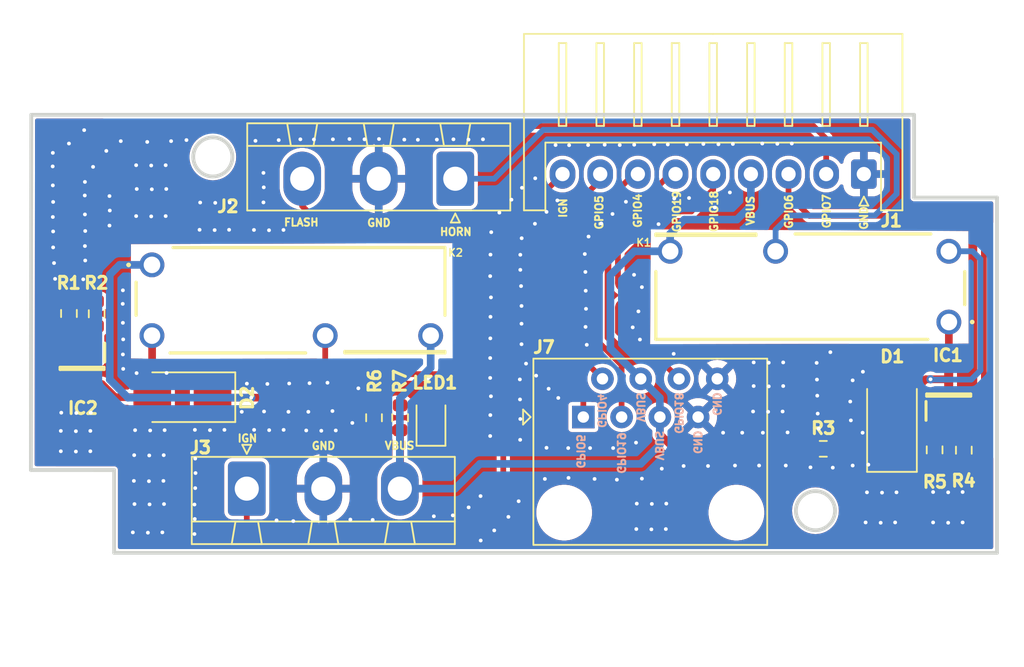
<source format=kicad_pcb>
(kicad_pcb (version 20240108) (generator "pcbnew") (generator_version "8.0")
  (title_block (title "KSS-E") (date "2020-07-13") (rev "REV1") (company "SmartEQ Bilisim"))
  (layers (0 "F.Cu" signal) (31 "B.Cu" signal) (34 "B.Paste" user) (35 "F.Paste" user) (36 "B.SilkS" user "B.Silkscreen") (37 "F.SilkS" user "F.Silkscreen") (38 "B.Mask" user) (39 "F.Mask" user) (44 "Edge.Cuts" user))
  (net 0 "")
  (net 1 "GND")
  (net 2 "VBUS")
  (net 3 "Net-(D1-K)")
  (net 4 "Net-(D1-A)")
  (net 5 "Net-(D2-K)")
  (net 6 "Net-(D2-A)")
  (net 7 "GPIO18")
  (net 8 "GPIO7")
  (net 9 "GPIO19")
  (net 10 "GPIO5")
  (net 11 "/HORN")
  (net 12 "/Flash")
  (net 13 "Net-(IC2-B)")
  (net 14 "Net-(IC1-B)")
  (net 15 "Net-(LED1-Pad2)")
  (net 16 "GPIO4")
  (net 17 "GPIO6")
  (net 18 "IGN")
  (footprint "Resistor_SMD:R_0603_1608Metric" (layer "F.Cu") (at 137.392975 85.339967 90)
    (property "Reference" "R1")
    (property "Value" "10K")
  )
  (footprint "Connector_Phoenix_MSTB:KF2EDGR-Y-5.08-03P-1 B" (layer "F.Cu") (at 149.196 96.9744)
    (property "Reference" "J3")
    (property "Value" "DNP")
  )
  (footprint "Resistor_SMD:R_0603_1608Metric" (layer "F.Cu") (at 139.232975 85.359967 90)
    (property "Reference" "R2")
    (property "Value" "10K")
  )
  (footprint "Diode_SMD:D_SMA" (layer "F.Cu") (at 192.022975 92.349967 90)
    (property "Reference" "D1")
    (property "Value" "MRA4007T3G")
  )
  (footprint "Footprint Library:SOT96P237X111-3N" (layer "F.Cu") (at 195.787975 90.759967 90)
    (property "Reference" "IC1")
    (property "Value" "MMBT2222ALT1G" (hide yes))
  )
  (footprint "Resistor_SMD:R_0603_1608Metric" (layer "F.Cu") (at 159.372975 92.264967 90)
    (property "Reference" "R7")
    (property "Value" "3.3K")
  )
  (footprint "Footprint Library:HF46F5HS1" (layer "F.Cu") (at 142.902975 82.109967)
    (property "Reference" "K2")
    (property "Value" "HF46F5HS1" (hide yes))
  )
  (footprint "Connector_Phoenix_MSTB:KF2EDGR-Y-5.08-03P-1 B" (layer "F.Cu") (at 163.036 76.3884 180)
    (property "Reference" "J2")
    (property "Value" "DNP")
  )
  (footprint "Connector_RJ:RJ45_Amphenol_54602-x08_Horizontal" (layer "F.Cu") (at 171.536 92.2184)
    (property "Reference" "J7")
    (property "Value" "8P8C")
  )
  (footprint "Connector_JST:JST_XH_S9B-XH-A_1x09_P2.50mm_Horizontal" (layer "F.Cu") (at 190.156 76.0784 180)
    (property "Reference" "J1")
    (property "Value" "JST_XH_S9B-XH-A_1x09_P2.50mm_Horizontal_MALE")
  )
  (footprint "Resistor_SMD:R_0603_1608Metric" (layer "F.Cu") (at 196.792975 94.419967 -90)
    (property "Reference" "R4")
    (property "Value" "10K")
  )
  (footprint "Resistor_SMD:R_0603_1608Metric" (layer "F.Cu") (at 194.852975 94.399967 -90)
    (property "Reference" "R5")
    (property "Value" "10K")
  )
  (footprint "Footprint Library:SOT96P237X111-3N" (layer "F.Cu") (at 138.262975 88.984967 -90)
    (property "Reference" "IC2")
    (property "Value" "MMBT2222ALT1G" (hide yes))
  )
  (footprint "Footprint Library:HF46F5HS1" (layer "F.Cu") (at 195.79869 85.907708 180)
    (property "Reference" "K1")
    (property "Value" "HF46F5HS1" (hide yes))
  )
  (footprint "Diode_SMD:D_SMA" (layer "F.Cu") (at 144.922975 90.899967 180)
    (property "Reference" "D2")
    (property "Value" "MRA4007T3G")
  )
  (footprint "LED_SMD:LED_0805_2012Metric" (layer "F.Cu") (at 161.422975 92.442467 90)
    (property "Reference" "LED1")
    (property "Value" "NCD0805R1 ")
  )
  (footprint "Resistor_SMD:R_0603_1608Metric" (layer "F.Cu") (at 187.462975 94.329967 180)
    (property "Reference" "R3")
    (property "Value" "0R")
  )
  (footprint "Resistor_SMD:R_0603_1608Metric" (layer "F.Cu") (at 157.642975 92.264967 -90)
    (property "Reference" "R6")
    (property "Value" "0R")
  )
  (gr_line (start 198.992975 101.239967) (end 140.392975 101.239967) (stroke (width 0.25)) (layer "Edge.Cuts"))
  (gr_circle (center 186.942975 98.439967) (end 188.242975 98.439967) (stroke (width 0.25)) (fill none) (layer "Edge.Cuts"))
  (gr_line (start 134.892975 72.139967) (end 193.492975 72.139967) (stroke (width 0.25)) (layer "Edge.Cuts"))
  (gr_line (start 140.392975 95.739967) (end 140.392975 101.239967) (stroke (width 0.25)) (layer "Edge.Cuts"))
  (gr_line (start 134.866725 95.7384) (end 134.892975 72.139967) (stroke (width 0.25)) (layer "Edge.Cuts"))
  (gr_line (start 198.992975 77.639967) (end 198.992975 101.239967) (stroke (width 0.25)) (layer "Edge.Cuts"))
  (gr_line (start 198.992975 77.639967) (end 193.492975 77.639967) (stroke (width 0.25)) (layer "Edge.Cuts"))
  (gr_circle (center 146.942975 74.939967) (end 148.242975 74.939967) (stroke (width 0.25)) (fill none) (layer "Edge.Cuts"))
  (gr_line (start 134.866725 95.7384) (end 140.392975 95.739967) (stroke (width 0.25)) (layer "Edge.Cuts"))
  (gr_line (start 193.492975 77.639967) (end 193.492975 72.139967) (stroke (width 0.25)) (layer "Edge.Cuts"))
  (gr_text "GPIO18" (at 177.572975 93.399967 270) (layer "B.SilkS") (effects (font (size 0.5 0.5) (thickness 0.125) (bold yes)) (justify left bottom mirror)))
  (gr_text "GPIO19" (at 173.752975 96.049967 -90) (layer "B.SilkS") (effects (font (size 0.5 0.5) (thickness 0.125) (bold yes)) (justify left bottom mirror)))
  (gr_text "GPIO5" (at 171.056725 95.703061 -90) (layer "B.SilkS") (effects (font (size 0.5 0.5) (thickness 0.125) (bold yes)) (justify left bottom mirror)))
  (gr_text "GPIO4\n" (at 172.462975 93.009967 270) (layer "B.SilkS") (effects (font (size 0.5 0.5) (thickness 0.125) (bold yes)) (justify left bottom mirror)))
  (gr_text "VBUS" (at 176.282975 95.159967 -90) (layer "B.SilkS") (effects (font (size 0.5 0.5) (thickness 0.125) (bold yes)) (justify left bottom mirror)))
  (gr_text "GND" (at 180.102975 92.199967 270) (layer "B.SilkS") (effects (font (size 0.5 0.5) (thickness 0.125) (bold yes)) (justify left bottom mirror)))
  (gr_text "GND" (at 178.822975 94.739967 270) (layer "B.SilkS") (effects (font (size 0.5 0.5) (thickness 0.125) (bold yes)) (justify left bottom mirror)))
  (gr_text "VBUS" (at 175.042975 92.609967 -90) (layer "B.SilkS") (effects (font (size 0.5 0.5) (thickness 0.125) (bold yes)) (justify left bottom mirror)))
  (gr_text "IGN" (at 170.482975 79.049967 90) (layer "F.SilkS") (effects (font (size 0.5 0.5) (thickness 0.125) (bold yes)) (justify left bottom)))
  (gr_text "GPIO5" (at 172.882975 79.829967 90) (layer "F.SilkS") (effects (font (size 0.5 0.5) (thickness 0.125) (bold yes)) (justify left bottom)))
  (gr_text "GPIO4" (at 175.442975 79.709967 90) (layer "F.SilkS") (effects (font (size 0.5 0.5) (thickness 0.125) (bold yes)) (justify left bottom)))
  (gr_text "GND" (at 153.442975 94.429967 0) (layer "F.SilkS") (effects (font (size 0.5 0.5) (thickness 0.125) (bold yes)) (justify left bottom)))
  (gr_text "GPIO18" (at 180.502975 79.999967 90) (layer "F.SilkS") (effects (font (size 0.5 0.5) (thickness 0.125) (bold yes)) (justify left bottom)))
  (gr_text "GPIO6" (at 185.472975 79.769967 90) (layer "F.SilkS") (effects (font (size 0.5 0.5) (thickness 0.125) (bold yes)) (justify left bottom)))
  (gr_text "FLASH" (at 151.602975 79.579967 0) (layer "F.SilkS") (effects (font (size 0.5 0.5) (thickness 0.125) (bold yes)) (justify left bottom)))
  (gr_text "GPIO19" (at 178.032975 80.009967 90) (layer "F.SilkS") (effects (font (size 0.5 0.5) (thickness 0.125) (bold yes)) (justify left bottom)))
  (gr_text "GPIO7" (at 187.982975 79.749967 90) (layer "F.SilkS") (effects (font (size 0.5 0.5) (thickness 0.125) (bold yes)) (justify left bottom)))
  (gr_text "VBUS" (at 158.292975 94.409967 0) (layer "F.SilkS") (effects (font (size 0.5 0.5) (thickness 0.125) (bold yes)) (justify left bottom)))
  (gr_text "HORN" (at 161.952975 80.209967 0) (layer "F.SilkS") (effects (font (size 0.5 0.5) (thickness 0.125) (bold yes)) (justify left bottom)))
  (gr_text "GND" (at 190.452975 79.839967 90) (layer "F.SilkS") (effects (font (size 0.5 0.5) (thickness 0.125) (bold yes)) (justify left bottom)))
  (gr_text "GND" (at 157.122975 79.609967 0) (layer "F.SilkS") (effects (font (size 0.5 0.5) (thickness 0.125) (bold yes)) (justify left bottom)))
  (gr_text "IGN" (at 148.522975 93.929967 0) (layer "F.SilkS") (effects (font (size 0.5 0.5) (thickness 0.125) (bold yes)) (justify left bottom)))
  (gr_text "VBUS" (at 182.922975 79.559967 90) (layer "F.SilkS") (effects (font (size 0.5 0.5) (thickness 0.125) (bold yes)) (justify left bottom)))
  (via (at 190.362975 97.219967) (size 0.55) (drill 0.25) (layers "F.Cu" "B.Cu") (net 1))
  (via (at 147.712975 93.069967) (size 0.55) (drill 0.25) (layers "F.Cu" "B.Cu") (net 1))
  (via (at 168.342975 76.359967) (size 0.55) (drill 0.25) (layers "F.Cu" "B.Cu") (net 1))
  (via (at 154.552975 89.939967) (size 0.55) (drill 0.25) (layers "F.Cu" "B.Cu") (net 1))
  (via (at 148.062975 77.969967) (size 0.55) (drill 0.25) (layers "F.Cu" "B.Cu") (net 1))
  (via (at 147.102975 77.989967) (size 0.55) (drill 0.25) (layers "F.Cu" "B.Cu") (net 1))
  (via (at 153.652975 73.779967) (size 0.55) (drill 0.25) (layers "F.Cu" "B.Cu") (net 1))
  (via (at 143.702975 97.999967) (size 0.55) (drill 0.25) (layers "F.Cu" "B.Cu") (net 1))
  (via (at 171.982975 94.279967) (size 0.55) (drill 0.25) (layers "F.Cu" "B.Cu") (net 1))
  (via (at 178.552975 77.669967) (size 0.55) (drill 0.25) (layers "F.Cu" "B.Cu") (net 1))
  (via (at 145.772975 94.979967) (size 0.55) (drill 0.25) (layers "F.Cu" "B.Cu") (net 1))
  (via (at 169.232975 90.339967) (size 0.55) (drill 0.25) (layers "F.Cu" "B.Cu") (net 1))
  (via (at 157.972975 73.749967) (size 0.55) (drill 0.25) (layers "F.Cu" "B.Cu") (net 1))
  (via (at 164.712975 97.469967) (size 0.55) (drill 0.25) (layers "F.Cu" "B.Cu") (net 1))
  (via (at 142.742975 98.019967) (size 0.55) (drill 0.25) (layers "F.Cu" "B.Cu") (net 1))
  (via (at 140.972975 88.059967) (size 0.55) (drill 0.25) (layers "F.Cu" "B.Cu") (net 1))
  (via (at 154.882975 91.819967) (size 0.55) (drill 0.25) (layers "F.Cu" "B.Cu") (net 1))
  (via (at 184.972975 95.439967) (size 0.55) (drill 0.25) (layers "F.Cu" "B.Cu") (net 1))
  (via (at 165.422975 79.939967) (size 0.55) (drill 0.25) (layers "F.Cu" "B.Cu") (net 1))
  (via (at 168.322975 79.379967) (size 0.55) (drill 0.25) (layers "F.Cu" "B.Cu") (net 1))
  (via (at 180.262975 78.299967) (size 0.55) (drill 0.25) (layers "F.Cu" "B.Cu") (net 1))
  (via (at 171.852975 74.149967) (size 0.55) (drill 0.25) (layers "F.Cu" "B.Cu") (net 1))
  (via (at 138.812975 93.139967) (size 0.55) (drill 0.25) (layers "F.Cu" "B.Cu") (net 1))
  (via (at 169.092975 78.589967) (size 0.55) (drill 0.25) (layers "F.Cu" "B.Cu") (net 1))
  (via (at 165.362975 92.089967) (size 0.55) (drill 0.25) (layers "F.Cu" "B.Cu") (net 1))
  (via (at 142.892975 77.089967) (size 0.55) (drill 0.25) (layers "F.Cu" "B.Cu") (net 1))
  (via (at 163.922975 98.219967) (size 0.55) (drill 0.25) (layers "F.Cu" "B.Cu") (net 1))
  (via (at 195.752975 97.219967) (size 0.55) (drill 0.25) (layers "F.Cu" "B.Cu") (net 1))
  (via (at 156.012975 73.749967) (size 0.55) (drill 0.25) (layers "F.Cu" "B.Cu") (net 1))
  (via (at 163.912975 73.789967) (size 0.55) (drill 0.25) (layers "F.Cu" "B.Cu") (net 1))
  (via (at 188.092975 95.579967) (size 0.55) (drill 0.25) (layers "F.Cu" "B.Cu") (net 1))
  (via (at 138.992975 75.599967) (size 0.55) (drill 0.25) (layers "F.Cu" "B.Cu") (net 1))
  (via (at 171.882975 80.229967) (size 0.55) (drill 0.25) (layers "F.Cu" "B.Cu") (net 1))
  (via (at 181.462975 74.079967) (size 0.55) (drill 0.25) (layers "F.Cu" "B.Cu") (net 1))
  (via (at 170.552975 96.259967) (size 0.55) (drill 0.25) (layers "F.Cu" "B.Cu") (net 1))
  (via (at 141.722975 94.749967) (size 0.55) (drill 0.25) (layers "F.Cu" "B.Cu") (net 1))
  (via (at 138.472975 79.859967) (size 0.55) (drill 0.25) (layers "F.Cu" "B.Cu") (net 1))
  (via (at 177.572975 77.699967) (size 0.55) (drill 0.25) (layers "F.Cu" "B.Cu") (net 1))
  (via (at 143.592975 99.879967) (size 0.55) (drill 0.25) (layers "F.Cu" "B.Cu") (net 1))
  (via (at 138.472975 81.819967) (size 0.55) (drill 0.25) (layers "F.Cu" "B.Cu") (net 1))
  (via (at 169.692975 74.149967) (size 0.55) (drill 0.25) (layers "F.Cu" "B.Cu") (net 1))
  (via (at 140.082975 77.539967) (size 0.55) (drill 0.25) (layers "F.Cu" "B.Cu") (net 1))
  (via (at 136.342975 79.889967) (size 0.55) (drill 0.25) (layers "F.Cu" "B.Cu") (net 1))
  (via (at 149.682975 93.069967) (size 0.55) (drill 0.25) (layers "F.Cu" "B.Cu") (net 1))
  (via (at 184.802975 90.159967) (size 0.55) (drill 0.25) (layers "F.Cu" "B.Cu") (net 1))
  (via (at 176.242975 74.099967) (size 0.55) (drill 0.25) (layers "F.Cu" "B.Cu") (net 1))
  (via (at 142.632975 99.899967) (size 0.55) (drill 0.25) (layers "F.Cu" "B.Cu") (net 1))
  (via (at 171.762975 87.419967) (size 0.55) (drill 0.25) (layers "F.Cu" "B.Cu") (net 1))
  (via (at 191.272975 99.239967) (size 0.55) (drill 0.25) (layers "F.Cu" "B.Cu") (net 1))
  (via (at 172.952975 74.129967) (size 0.55) (drill 0.25) (layers "F.Cu" "B.Cu") (net 1))
  (via (at 195.752975 99.239967) (size 0.55) (drill 0.25) (layers "F.Cu" "B.Cu") (net 1))
  (via (at 179.502975 74.079967) (size 0.55) (drill 0.25) (layers "F.Cu" "B.Cu") (net 1))
  (via (at 138.452975 78.759967) (size 0.55) (drill 0.25) (layers "F.Cu" "B.Cu") (net 1))
  (via (at 140.832975 73.889967) (size 0.55) (drill 0.25) (layers "F.Cu" "B.Cu") (net 1))
  (via (at 140.972975 85.959967) (size 0.55) (drill 0.25) (layers "F.Cu" "B.Cu") (net 1))
  (via (at 157.012975 73.769967) (size 0.55) (drill 0.25) (layers "F.Cu" "B.Cu") (net 1))
  (via (at 181.262975 77.299967) (size 0.55) (drill 0.25) (layers "F.Cu" "B.Cu") (net 1))
  (via (at 165.362975 86.989967) (size 0.55) (drill 0.25) (layers "F.Cu" "B.Cu") (net 1))
  (via (at 171.672975 82.579967) (size 0.55) (drill 0.25) (layers "F.Cu" "B.Cu") (net 1))
  (via (at 192.322975 97.219967) (size 0.55) (drill 0.25) (layers "F.Cu" "B.Cu") (net 1))
  (via (at 138.442975 77.499967) (size 0.55) (drill 0.25) (layers "F.Cu" "B.Cu") (net 1))
  (via (at 151.172975 99.079967) (size 0.55) (drill 0.25) (layers "F.Cu" "B.Cu") (net 1))
  (via (at 162.872975 98.749967) (size 0.55) (drill 0.25) (layers "F.Cu" "B.Cu") (net 1))
  (via (at 167.732975 88.669967) (size 0.55) (drill 0.25) (layers "F.Cu" "B.Cu") (net 1))
  (via (at 165.352975 89.619967) (size 0.55) (drill 0.25) (layers "F.Cu" "B.Cu") (net 1))
  (via (at 186.612975 95.559967) (size 0.55) (drill 0.25) (layers "F.Cu" "B.Cu") (net 1))
  (via (at 136.322975 78.929967) (size 0.55) (drill 0.25) (layers "F.Cu" "B.Cu") (net 1))
  (via (at 166.762975 77.779967) (size 0.55) (drill 0.25) (layers "F.Cu" "B.Cu") (net 1))
  (via (at 170.532975 94.279967) (size 0.55) (drill 0.25) (layers "F.Cu" "B.Cu") (net 1))
  (via (at 187.022975 88.619967) (size 0.55) (drill 0.25) (layers "F.Cu" "B.Cu") (net 1))
  (via (at 146.062975 79.779967) (size 0.55) (drill 0.25) (layers "F.Cu" "B.Cu") (net 1))
  (via (at 183.802975 91.869967) (size 0.55) (drill 0.25) (layers "F.Cu" "B.Cu") (net 1))
  (via (at 138.342975 83.069967) (size 0.55) (drill 0.25) (layers "F.Cu" "B.Cu") (net 1))
  (via (at 145.752975 93.069967) (size 0.55) (drill 0.25) (layers "F.Cu" "B.Cu") (net 1))
  (via (at 175.032975 93.919967) (size 0.55) (drill 0.25) (layers "F.Cu" "B.Cu") (net 1))
  (via (at 196.712975 97.199967) (size 0.55) (drill 0.25) (layers "F.Cu" "B.Cu") (net 1))
  (via (at 149.772975 73.869967) (size 0.55) (drill 0.25) (layers "F.Cu" "B.Cu") (net 1))
  (via (at 172.722975 79.359967) (size 0.55) (drill 0.25) (layers "F.Cu" "B.Cu") (net 1))
  (via (at 136.852975 93.139967) (size 0.55) (drill 0.25) (layers "F.Cu" "B.Cu") (net 1))
  (via (at 174.902975 82.769967) (size 0.55) (drill 0.25) (layers "F.Cu" "B.Cu") (net 1))
  (via (at 182.802975 91.849967) (size 0.55) (drill 0.25) (layers "F.Cu" "B.Cu") (net 1))
  (via (at 137.852975 93.159967) (size 0.55) (drill 0.25) (layers "F.Cu" "B.Cu") (net 1))
  (via (at 187.042975 89.729967) (size 0.55) (drill 0.25) (layers "F.Cu" "B.Cu") (net 1))
  (via (at 187.932975 87.909967) (size 0.55) (drill 0.25) (layers "F.Cu" "B.Cu") (net 1))
  (via (at 145.722975 98.029967) (size 0.55) (drill 0.25) (layers "F.Cu" "B.Cu") (net 1))
  (via (at 140.102975 78.499967) (size 0.55) (drill 0.25) (layers "F.Cu" "B.Cu") (net 1))
  (via (at 187.162975 92.989967) (size 0.55) (drill 0.25) (layers "F.Cu" "B.Cu") (net 1))
  (via (at 185.372975 74.049967) (size 0.55) (drill 0.25) (layers "F.Cu" "B.Cu") (net 1))
  (via (at 173.472975 78.729967) (size 0.55) (drill 0.25) (layers "F.Cu" "B.Cu") (net 1))
  (via (at 142.852975 78.889967) (size 0.55) (drill 0.25) (layers "F.Cu" "B.Cu") (net 1))
  (via (at 142.722975 94.769967) (size 0.55) (drill 0.25) (layers "F.Cu" "B.Cu") (net 1))
  (via (at 190.272975 99.219967) (size 0.55) (drill 0.25) (layers "F.Cu" "B.Cu") (net 1))
  (via (at 167.352975 92.349967) (size 0.55) (drill 0.25) (layers "F.Cu" "B.Cu") (net 1))
  (via (at 141.632975 99.879967) (size 0.55) (drill 0.25) (layers "F.Cu" "B.Cu") (net 1))
  (via (at 169.092975 94.259967) (size 0.55) (drill 0.25) (layers "F.Cu" "B.Cu") (net 1))
  (via (at 171.712975 85.029967) (size 0.55) (drill 0.25) (layers "F.Cu" "B.Cu") (net 1))
  (via (at 176.052975 99.679967) (size 0.55) (drill 0.25) (layers "F.Cu" "B.Cu") (net 1))
  (via (at 165.352975 82.859967) (size 0.55) (drill 0.25) (layers "F.Cu" "B.Cu") (net 1))
  (via (at 150.342975 91.849967) (size 0.55) (drill 0.25) (layers "F.Cu" "B.Cu") (net 1))
  (via (at 189.252975 91.189967) (size 0.55) (drill 0.25) (layers "F.Cu" "B.Cu") (net 1))
  (via (at 167.242975 97.809967) (size 0.55) (drill 0.25) (layers "F.Cu" "B.Cu") (net 1))
  (via (at 138.452975 76.599967) (size 0.55) (drill 0.25) (layers "F.Cu" "B.Cu") (net 1))
  (via (at 176.082975 97.989967) (size 0.55) (drill 0.25) (layers "F.Cu" "B.Cu") (net 1))
  (via (at 136.882975 91.929967) (size 0.55) (drill 0.25) (layers "F.Cu" "B.Cu") (net 1))
  (via (at 153.142975 93.109967) (size 0.55) (drill 0.25) (layers "F.Cu" "B.Cu") (net 1))
  (via (at 187.062975 90.799967) (size 0.55) (drill 0.25) (layers "F.Cu" "B.Cu") (net 1))
  (via (at 139.872975 74.539967) (size 0.55) (drill 0.25) (layers "F.Cu" "B.Cu") (net 1))
  (via (at 136.342975 77.929967) (size 0.55) (drill 0.25) (layers "F.Cu" "B.Cu") (net 1))
  (via (at 183.452975 93.259967) (size 0.55) (drill 0.25) (layers "F.Cu" "B.Cu") (net 1))
  (via (at 165.372975 85.559967) (size 0.55) (drill 0.25) (layers "F.Cu" "B.Cu") (net 1))
  (via (at 167.352975 81.439967) (size 0.55) (drill 0.25) (layers "F.Cu" "B.Cu") (net 1))
  (via (at 173.512975 94.279967) (size 0.55) (drill 0.25) (layers "F.Cu" "B.Cu") (net 1))
  (via (at 150.672975 79.809967) (size 0.55) (drill 0.25) (layers "F.Cu" "B.Cu") (net 1))
  (via (at 141.852975 78.869967) (size 0.55) (drill 0.25) (layers "F.Cu" "B.Cu") (net 1))
  (via (at 164.872975 73.769967) (size 0.55) (drill 0.25) (layers "F.Cu" "B.Cu") (net 1))
  (via (at 150.302975 77.959967) (size 0.55) (drill 0.25) (layers "F.Cu" "B.Cu") (net 1))
  (via (at 152.012975 89.989967) (size 0.55) (drill 0.25) (layers "F.Cu" "B.Cu") (net 1))
  (via (at 148.862975 91.869967) (size 0.55) (drill 0.25) (layers "F.Cu" "B.Cu") (net 1))
  (via (at 138.452975 80.859967) (size 0.55) (drill 0.25) (layers "F.Cu" "B.Cu") (net 1))
  (via (at 153.362975 89.969967) (size 0.55) (drill 0.25) (layers "F.Cu" "B.Cu") (net 1))
  (via (at 176.528555 79.405547) (size 0.55) (drill 0.25) (layers "F.Cu" "B.Cu") (net 1))
  (via (at 177.012975 99.659967) (size 0.55) (drill 0.25) (layers "F.Cu" "B.Cu") (net 1))
  (via (at 143.812975 78.869967) (size 0.55) (drill 0.25) (layers "F.Cu" "B.Cu") (net 1))
  (via (at 183.842975 88.609967) (size 0.55) (drill 0.25) (layers "F.Cu" "B.Cu") (net 1))
  (via (at 157.552975 99.049967) (size 0.55) (drill 0.25) (layers "F.Cu" "B.Cu") (net 1))
  (via (at 143.812975 75.489967) (size 0.55) (drill 0.25) (layers "F.Cu" "B.Cu") (net 1))
  (via (at 164.722975 100.419967) (size 0.55) (drill 0.25) (layers "F.Cu" "B.Cu") (net 1))
  (via (at 137.392975 74.049967) (size 0.55) (drill 0.25) (layers "F.Cu" "B.Cu") (net 1))
  (via (at 143.852975 77.069967) (size 0.55) (drill 0.25) (layers "F.Cu" "B.Cu") (net 1))
  (via (at 165.352975 93.479967) (size 0.55) (drill 0.25) (layers "F.Cu" "B.Cu") (net 1))
  (via (at 192.232975 99.219967) (size 0.55) (drill 0.25) (layers "F.Cu" "B.Cu") (net 1))
  (via (at 156.602975 90.309967) (size 0.55) (drill 0.25) (layers "F.Cu" "B.Cu") (net 1))
  (via (at 155.102975 93.109967) (size 0.55) (drill 0.25) (layers "F.Cu" "B.Cu") (net 1))
  (via (at 141.702975 96.459967) (size 0.55) (drill 0.25) (layers "F.Cu" "B.Cu") (net 1))
  (via (at 174.812975 86.259967) (size 0.55) (drill 0.25) (layers "F.Cu" "B.Cu") (net 1))
  (via (at 175.192975 85.199967) (size 0.55) (drill 0.25) (layers "F.Cu" "B.Cu") (net 1))
  (via (at 189.292975 92.439967) (size 0.55) (drill 0.25) (layers "F.Cu" "B.Cu") (net 1))
  (via (at 165.352975 88.299967) (size 0.55) (drill 0.25) (layers "F.Cu" "B.Cu") (net 1))
  (via (at 154.912975 73.769967) (size 0.55) (drill 0.25) (layers "F.Cu" "B.Cu") (net 1))
  (via (at 165.372975 81.429967) (size 0.55) (drill 0.25) (layers "F.Cu" "B.Cu") (net 1))
  (via (at 185.092975 93.239967) (size 0.55) (drill 0.25) (layers "F.Cu" "B.Cu") (net 1))
  (via (at 141.852975 75.489967) (size 0.55) (drill 0.25) (layers "F.Cu" "B.Cu") (net 1))
  (via (at 151.315345 73.822234) (size 0.55) (drill 0.25) (layers "F.Cu" "B.Cu") (net 1))
  (via (at 184.802975 88.589967) (size 0.55) (drill 0.25) (layers "F.Cu" "B.Cu") (net 1))
  (via (at 169.872975 90.949967) (size 0.55) (drill 0.25) (layers "F.Cu" "B.Cu") (net 1))
  (via (at 180.812975 93.259967) (size 0.55) (drill 0.25) (layers "F.Cu" "B.Cu") (net 1))
  (via (at 196.712975 99.219967) (size 0.55) (drill 0.25) (layers "F.Cu" "B.Cu") (net 1))
  (via (at 177.532975 88.019967) (size 0.55) (drill 0.25) (layers "F.Cu" "B.Cu") (net 1))
  (via (at 168.402975 89.469967) (size 0.55) (drill 0.25) (layers "F.Cu" "B.Cu") (net 1))
  (via (at 141.742975 97.999967) (size 0.55) (drill 0.25) (layers "F.Cu" "B.Cu") (net 1))
  (via (at 143.872975 89.289967) (size 0.55) (drill 0.25) (layers "F.Cu" "B.Cu") (net 1))
  (via (at 138.402975 73.159967) (size 0.55) (drill 0.25) (layers "F.Cu" "B.Cu") (net 1))
  (via (at 167.462975 76.989967) (size 0.55) (drill 0.25) (layers "F.Cu" "B.Cu") (net 1))
  (via (at 150.322975 76.959967) (size 0.55) (drill 0.25) (layers "F.Cu" "B.Cu") (net 1))
  (via (at 150.562975 90.019967) (size 0.55) (drill 0.25) (layers "F.Cu" "B.Cu") (net 1))
  (via (at 151.642975 93.069967) (size 0.55) (drill 0.25) (layers "F.Cu" "B.Cu") (net 1))
  (via (at 148.022975 79.779967) (size 0.55) (drill 0.25) (layers "F.Cu" "B.Cu") (net 1))
  (via (at 136.342975 80.949967) (size 0.55) (drill 0.25) (layers "F.Cu" "B.Cu") (net 1))
  (via (at 169.812975 77.829967) (size 0.55) (drill 0.25) (layers "F.Cu" "B.Cu") (net 1))
  (via (at 150.302975 75.999967) (size 0.55) (drill 0.25) (layers "F.Cu" "B.Cu") (net 1))
  (via (at 137.882975 91.949967) (size 0.55) (drill 0.25) (layers "F.Cu" "B.Cu") (net 1))
  (via (at 143.682975 94.749967) (size 0.55) (drill 0.25) (layers "F.Cu" "B.Cu") (net 1))
  (via (at 141.892975 77.069967) (size 0.55) (drill 0.25) (layers "F.Cu" "B.Cu") (net 1))
  (via (at 187.092975 91.989967) (size 0.55) (drill 0.25) (layers "F.Cu" "B.Cu") (net 1))
  (via (at 136.322975 74.669967) (size 0.55) (drill 0.25) (layers "F.Cu" "B.Cu") (net 1))
  (via (at 166.562975 98.849967) (size 0.55) (drill 0.25) (layers "F.Cu" "B.Cu") (net 1))
  (via (at 145.192975 73.819967) (size 0.55) (drill 0.25) (layers "F.Cu" "B.Cu") (net 1))
  (via (at 178.402975 74.099967) (size 0.55) (drill 0.25) (layers "F.Cu" "B.Cu") (net 1))
  (via (at 149.672975 79.789967) (size 0.55) (drill 0.25) (layers "F.Cu" "B.Cu") (net 1))
  (via (at 178.192975 95.469967) (size 0.55) (drill 0.25) (layers "F.Cu" "B.Cu") (net 1))
  (via (at 162.912975 73.769967) (size 0.55) (drill 0.25) (layers "F.Cu" "B.Cu") (net 1))
  (via (at 160.552975 73.799967) (size 0.55) (drill 0.25) (layers "F.Cu" "B.Cu") (net 1))
  (via (at 182.082975 93.259967) (size 0.55) (drill 0.25) (layers "F.Cu" "B.Cu") (net 1))
  (via (at 156.202975 92.609967) (size 0.55) (drill 0.25) (layers "F.Cu" "B.Cu") (net 1))
  (via (at 189.412975 95.439967) (size 0.55) (drill 0.25) (layers "F.Cu" "B.Cu") (net 1))
  (via (at 175.082975 97.969967) (size 0.55) (drill 0.25) (layers "F.Cu" "B.Cu") (net 1))
  (via (at 167.322975 89.719967) (size 0.55) (drill 0.25) (layers "F.Cu" "B.Cu") (net 1))
  (via (at 175.422975 83.589967) (size 0.55) (drill 0.25) (layers "F.Cu" "B.Cu") (net 1))
  (via (at 175.422975 96.309967) (size 0.55) (drill 0.25) (layers "F.Cu" "B.Cu") (net 1))
  (via (at 145.772975 96.939967) (size 0.55) (drill 0.25) (layers "F.Cu" "B.Cu") (net 1))
  (via (at 142.702975 96.479967) (size 0.55) (drill 0.25) (layers "F.Cu" "B.Cu") (net 1))
  (via (at 190.092975 89.209967) (size 0.55) (drill 0.25) (layers "F.Cu" "B.Cu") (net 1))
  (via (at 137.852975 94.509967) (size 0.55) (drill 0.25) (layers "F.Cu" "B.Cu") (net 1))
  (via (at 172.282975 96.329967) (size 0.55) (drill 0.25) (layers "F.Cu" "B.Cu") (net 1))
  (via (at 146.102975 77.969967) (size 0.55) (drill 0.25) (layers "F.Cu" "B.Cu") (net 1))
  (via (at 167.432975 87.379967) (size 0.55) (drill 0.25) (layers "F.Cu" "B.Cu") (net 1))
  (via (at 143.742975 93.089967) (size 0.55) (drill 0.25) (layers "F.Cu" "B.Cu") (net 1))
  (via (at 141.882975 89.299967) (size 0.55) (drill 0.25) (layers "F.Cu" "B.Cu") (net 1))
  (via (at 153.282975 91.869967) (size 0.55) (drill 0.25) (layers "F.Cu" "B.Cu") (net 1))
  (via (at 150.682975 93.089967) (size 0.55) (drill 0.25) (layers "F.Cu" "B.Cu") (net 1))
  (via (at 167.432975 84.839967) (size 0.55) (drill 0.25) (layers "F.Cu" "B.Cu") (net 1))
  (via (at 175.052975 99.659967) (size 0.55) (drill 0.25) (layers "F.Cu" "B.Cu") (net 1))
  (via (at 171.632975 81.389967) (size 0.55) (drill 0.25) (layers "F.Cu" "B.Cu") (net 1))
  (via (at 143.662975 96.459967) (size 0.55) (drill 0.25) (layers "F.Cu" "B.Cu") (net 1))
  (via (at 151.632975 79.789967) (size 0.55) (drill 0.25) (layers "F.Cu" "B.Cu") (net 1))
  (via (at 171.682975 86.229967) (size 0.55) (drill 0.25) (layers "F.Cu" "B.Cu") (net 1))
  (via (at 140.992975 87.059967) (size 0.55) (drill 0.25) (layers "F.Cu" "B.Cu") (net 1))
  (via (at 165.402975 84.269967) (size 0.55) (drill 0.25) (layers "F.Cu" "B.Cu") (net 1))
  (via (at 152.752975 73.769967) (size 0.55) (drill 0.25) (layers "F.Cu" "B.Cu") (net 1))
  (via (at 167.432975 86.019967) (size 0.55) (drill 0.25) (layers "F.Cu" "B.Cu") (net 1))
  (via (at 167.352975 82.439967) (size 0.55) (drill 0.25) (layers "F.Cu" "B.Cu") (net 1))
  (via (at 144.172975 73.889967) (size 0.55) (drill 0.25) (layers "F.Cu" "B.Cu") (net 1))
  (via (at 136.312975 75.569967) (size 0.55) (drill 0.25) (layers "F.Cu" "B.Cu") (net 1))
  (via (at 146.752975 93.089967) (size 0.55) (drill 0.25) (layers "F.Cu" "B.Cu") (net 1))
  (via (at 170.592975 74.159967) (size 0.55) (drill 0.25) (layers "F.Cu" "B.Cu") (net 1))
  (via (at 184.412975 74.069967) (size 0.55) (drill 0.25) (layers "F.Cu" "B.Cu") (net 1))
  (via (at 167.332975 91.049967) (size 0.55) (drill 0.25) (layers "F.Cu" "B.Cu") (net 1))
  (via (at 165.402975 90.839967) (size 0.55) (drill 0.25) (layers "F.Cu" "B.Cu") (net 1))
  (via (at 190.072975 93.259967) (size 0.55) (drill 0.25) (layers "F.Cu" "B.Cu") (net 1))
  (via (at 174.362975 77.919967) (size 0.55) (drill 0.25) (layers "F.Cu" "B.Cu") (net 1))
  (via (at 136.402975 81.989967) (size 0.55) (drill 0.25) (layers "F.Cu" "B.Cu") (net 1))
  (via (at 184.762975 91.849967) (size 0.55) (drill 0.25) (layers "F.Cu" "B.Cu") (net 1))
  (via (at 142.852975 75.509967) (size 0.55) (drill 0.25) (layers "F.Cu" "B.Cu") (net 1))
  (via (at 190.452975 95.379967) (size 0.55) (drill 0.25) (layers "F.Cu" "B.Cu") (net 1))
  (via (at 194.752975 99.219967) (size 0.55) (drill 0.25) (layers "F.Cu" "B.Cu") (net 1))
  (via (at 173.762975 96.379967) (size 0.55) (drill 0.25) (layers "F.Cu" "B.Cu") (net 1))
  (via (at 183.202975 95.439967) (size 0.55) (drill 0.25) (layers "F.Cu" "B.Cu") (net 1))
  (via (at 167.402975 83.519967) (size 0.55) (drill 0.25) (layers "F.Cu" "B.Cu") (net 1))
  (via (at 175.292975 87.069967) (size 0.55) (drill 0.25) (layers "F.Cu" "B.Cu") (net 1))
  (via (at 177.042975 97.969967) (size 0.55) (drill 0.25) (layers "F.Cu" "B.Cu") (net 1))
  (via (at 167.442975 80.339967) (size 0.55) (drill 0.25) (layers "F.Cu" "B.Cu") (net 1))
  (via (at 142.782975 93.109967) (size 0.55) (drill 0.25) (layers "F.Cu" "B.Cu") (net 1))
  (via (at 161.812975 73.789967) (size 0.55) (drill 0.25) (layers "F.Cu" "B.Cu") (net 1))
  (via (at 176.742975 95.649967) (size 0.55) (drill 0.25) (layers "F.Cu" "B.Cu") (net 1))
  (via (at 140.972975 83.799967) (size 0.55) (drill 0.25) (layers "F.Cu" "B.Cu") (net 1))
  (via (at 167.342975 93.729967) (size 0.55) (drill 0.25) (layers "F.Cu" "B.Cu") (net 1))
  (via (at 140.992975 89.019967) (size 0.55) (drill 0.25) (layers "F.Cu" "B.Cu") (net 1))
  (via (at 138.842975 91.929967) (size 0.55) (drill 0.25) (layers "F.Cu" "B.Cu") (net 1))
  (via (at 183.412975 74.049967) (size 0.55) (drill 0.25) (layers "F.Cu" "B.Cu") (net 1))
  (via (at 180.502975 74.099967) (size 0.55) (drill 0.25) (layers "F.Cu" "B.Cu") (net 1))
  (via (at 161.612975 98.809967) (size 0.55) (drill 0.25) (layers "F.Cu" "B.Cu") (net 1))
  (via (at 151.962975 91.869967) (size 0.55) (drill 0.25) (layers "F.Cu" "B.Cu") (net 1))
  (via (at 177.142975 74.109967) (size 0.55) (drill 0.25) (layers "F.Cu" "B.Cu") (net 1))
  (via (at 140.962975 84.699967) (size 0.55) (drill 0.25) (layers "F.Cu" "B.Cu") (net 1))
  (via (at 183.842975 90.179967) (size 0.55) (drill 0.25) (layers "F.Cu" "B.Cu") (net 1))
  (via (at 194.752975 97.199967) (size 0.55) (drill 0.25) (layers "F.Cu" "B.Cu") (net 1))
  (via (at 165.962975 78.639967) (size 0.55) (drill 0.25) (layers "F.Cu" "B.Cu") (net 1))
  (via (at 147.062975 79.799967) (size 0.55) (drill 0.25) (layers "F.Cu" "B.Cu") (net 1))
  (via (at 140.082975 79.499967) (size 0.55) (drill 0.25) (layers "F.Cu" "B.Cu") (net 1))
  (via (at 159.652975 73.789967) (size 0.55) (drill 0.25) (layers "F.Cu" "B.Cu") (net 1))
  (via (at 179.812975 95.469967) (size 0.55) (drill 0.25) (layers "F.Cu" "B.Cu") (net 1))
  (via (at 181.602975 95.439967) (size 0.55) (drill 0.25) (layers "F.Cu" "B.Cu") (net 1))
  (via (at 142.588336 73.943925) (size 0.55) (drill 0.25) (layers "F.Cu" "B.Cu") (net 1))
  (via (at 154.142975 93.129967) (size 0.55) (drill 0.25) (layers "F.Cu" "B.Cu") (net 1))
  (via (at 191.362975 97.239967) (size 0.55) (drill 0.25) (layers "F.Cu" "B.Cu") (net 1))
  (via (at 182.842975 88.589967) (size 0.55) (drill 0.25) (layers "F.Cu" "B.Cu") (net 1))
  (via (at 152.282975 99.129967) (size 0.55) (drill 0.25) (layers "F.Cu" "B.Cu") (net 1))
  (via (at 189.412975 89.779967) (size 0.55) (drill 0.25) (layers "F.Cu" "B.Cu") (net 1))
  (via (at 182.842975 90.159967) (size 0.55) (drill 0.25) (layers "F.Cu" "B.Cu") (net 1))
  (via (at 145.722975 99.989967) (size 0.55) (drill 0.25) (layers "F.Cu" "B.Cu") (net 1))
  (via (at 145.742975 98.989967) (size 0.55) (drill 0.25) (layers "F.Cu" "B.Cu") (net 1))
  (via (at 145.792975 95.939967) (size 0.55) (drill 0.25) (layers "F.Cu" "B.Cu") (net 1))
  (via (at 171.692975 83.829967) (size 0.55) (drill 0.25) (layers "F.Cu" "B.Cu") (net 1))
  (via (at 156.072975 99.029967) (size 0.55) (drill 0.25) (layers "F.Cu" "B.Cu") (net 1))
  (via (at 149.202975 89.999967) (size 0.55) (drill 0.25) (layers "F.Cu" "B.Cu") (net 1))
  (via (at 165.622975 99.749967) (size 0.55) (drill 0.25) (layers "F.Cu" "B.Cu") (net 1))
  (via (at 136.322975 76.829967) (size 0.55) (drill 0.25) (layers "F.Cu" "B.Cu") (net 1))
  (via (at 136.472975 83.039967) (size 0.55) (drill 0.25) (layers "F.Cu" "B.Cu") (net 1))
  (via (at 168.982975 96.329967) (size 0.55) (drill 0.25) (layers "F.Cu" "B.Cu") (net 1))
  (via (at 138.812975 94.489967) (size 0.55) (drill 0.25) (layers "F.Cu" "B.Cu") (net 1))
  (via (at 141.782975 93.089967) (size 0.55) (drill 0.25) (layers "F.Cu" "B.Cu") (net 1))
  (via (at 173.952975 74.149967) (size 0.55) (drill 0.25) (layers "F.Cu" "B.Cu") (net 1))
  (via (at 174.912975 74.129967) (size 0.55) (drill 0.25) (layers "F.Cu" "B.Cu") (net 1))
  (via (at 136.852975 94.489967) (size 0.55) (drill 0.25) (layers "F.Cu" "B.Cu") (net 1))
  (segment (start 159.372975 96.957425) (end 159.356 96.9744) (width 0.508) (layer "F.Cu") (net 2))
  (segment (start 176.616 93.362992) (end 176.616 92.2184) (width 0.508) (layer "F.Cu") (net 2))
  (segment (start 177.582975 94.329967) (end 176.616 93.362992) (width 0.508) (layer "F.Cu") (net 2))
  (segment (start 186.637975 94.329967) (end 177.582975 94.329967) (width 0.508) (layer "F.Cu") (net 2))
  (segment (start 159.372975 93.089967) (end 159.372975 96.957425) (width 0.508) (layer "F.Cu") (net 2))
  (segment (start 157.642975 93.089967) (end 159.372975 93.089967) (width 0.508) (layer "F.Cu") (net 2))
  (segment (start 159.356 96.9744) (end 163.028542 96.9744) (width 0.508) (layer "B.Cu") (net 2))
  (segment (start 176.616 90.9484) (end 175.346 89.6784) (width 0.508) (layer "B.Cu") (net 2))
  (segment (start 181.732975 79.099967) (end 182.656 78.176942) (width 0.508) (layer "B.Cu") (net 2))
  (segment (start 176.616 92.2184) (end 176.616 90.9484) (width 0.508) (layer "B.Cu") (net 2))
  (segment (start 174.915234 81.207708) (end 177.29869 81.207708) (width 0.508) (layer "B.Cu") (net 2))
  (segment (start 182.656 78.176942) (end 182.656 76.0784) (width 0.508) (layer "B.Cu") (net 2))
  (segment (start 173.332975 87.665375) (end 173.332975 82.789967) (width 0.508) (layer "B.Cu") (net 2))
  (segment (start 161.402975 88.939967) (end 161.402975 86.809967) (width 0.508) (layer "B.Cu") (net 2))
  (segment (start 159.356 90.986942) (end 161.402975 88.939967) (width 0.508) (layer "B.Cu") (net 2))
  (segment (start 176.616 94.056942) (end 176.616 92.2184) (width 0.508) (layer "B.Cu") (net 2))
  (segment (start 175.346 89.6784) (end 173.332975 87.665375) (width 0.508) (layer "B.Cu") (net 2))
  (segment (start 177.29869 81.207708) (end 177.29869 80.044252) (width 0.508) (layer "B.Cu") (net 2))
  (segment (start 175.342975 95.329967) (end 176.616 94.056942) (width 0.508) (layer "B.Cu") (net 2))
  (segment (start 163.028542 96.9744) (end 164.672975 95.329967) (width 0.508) (layer "B.Cu") (net 2))
  (segment (start 173.332975 82.789967) (end 174.915234 81.207708) (width 0.508) (layer "B.Cu") (net 2))
  (segment (start 177.29869 80.044252) (end 178.242975 79.099967) (width 0.508) (layer "B.Cu") (net 2))
  (segment (start 164.672975 95.329967) (end 175.342975 95.329967) (width 0.508) (layer "B.Cu") (net 2))
  (segment (start 178.242975 79.099967) (end 181.732975 79.099967) (width 0.508) (layer "B.Cu") (net 2))
  (segment (start 159.356 96.9744) (end 159.356 90.986942) (width 0.508) (layer "B.Cu") (net 2))
  (segment (start 192.002975 94.329967) (end 192.022975 94.349967) (width 0.508) (layer "F.Cu") (net 3))
  (segment (start 188.287975 94.329967) (end 188.272975 94.344967) (width 0.508) (layer "F.Cu") (net 3))
  (segment (start 195.372975 88.059967) (end 195.79869 87.634252) (width 0.508) (layer "F.Cu") (net 3))
  (segment (start 188.272975 89.169967) (end 189.382975 88.059967) (width 0.508) (layer "F.Cu") (net 3))
  (segment (start 188.287975 94.329967) (end 192.002975 94.329967) (width 0.508) (layer "F.Cu") (net 3))
  (segment (start 195.79869 87.634252) (end 195.79869 85.907708) (width 0.508) (layer "F.Cu") (net 3))
  (segment (start 189.382975 88.059967) (end 195.372975 88.059967) (width 0.508) (layer "F.Cu") (net 3))
  (segment (start 188.272975 94.344967) (end 188.272975 89.169967) (width 0.508) (layer "F.Cu") (net 3))
  (segment (start 194.262975 89.709967) (end 194.582975 89.709967) (width 0.508) (layer "F.Cu") (net 4))
  (segment (start 194.582975 89.709967) (end 195.787975 89.709967) (width 0.508) (layer "F.Cu") (net 4))
  (segment (start 193.622975 90.349967) (end 194.262975 89.709967) (width 0.508) (layer "F.Cu") (net 4))
  (segment (start 192.022975 90.349967) (end 193.622975 90.349967) (width 0.508) (layer "F.Cu") (net 4))
  (via (at 194.582975 89.709967) (size 0.55) (drill 0.25) (layers "F.Cu" "B.Cu") (net 4))
  (segment (start 197.892975 81.729967) (end 197.892975 89.119967) (width 0.381) (layer "B.Cu") (net 4))
  (segment (start 197.892975 89.119967) (end 197.282975 89.729967) (width 0.381) (layer "B.Cu") (net 4))
  (segment (start 197.282975 89.729967) (end 194.602975 89.729967) (width 0.381) (layer "B.Cu") (net 4))
  (segment (start 194.602975 89.729967) (end 194.582975 89.709967) (width 0.381) (layer "B.Cu") (net 4))
  (segment (start 197.370716 81.207708) (end 197.892975 81.729967) (width 0.381) (layer "B.Cu") (net 4))
  (segment (start 195.79869 81.207708) (end 197.370716 81.207708) (width 0.381) (layer "B.Cu") (net 4))
  (segment (start 156.032975 91.439967) (end 157.642975 91.439967) (width 0.508) (layer "F.Cu") (net 5))
  (segment (start 155.522975 90.929967) (end 156.032975 91.439967) (width 0.508) (layer "F.Cu") (net 5))
  (segment (start 149.492975 90.929967) (end 146.952975 90.929967) (width 0.508) (layer "F.Cu") (net 5))
  (segment (start 146.952975 90.929967) (end 146.922975 90.899967) (width 0.508) (layer "F.Cu") (net 5))
  (segment (start 149.492975 90.929967) (end 155.522975 90.929967) (width 0.508) (layer "F.Cu") (net 5))
  (via (at 149.492975 90.929967) (size 0.55) (drill 0.25) (layers "F.Cu" "B.Cu") (net 5))
  (segment (start 140.102975 82.759967) (end 140.102975 87.229967) (width 0.508) (layer "B.Cu") (net 5))
  (segment (start 140.712975 90.339967) (end 141.302975 90.929967) (width 0.508) (layer "B.Cu") (net 5))
  (segment (start 141.302975 90.929967) (end 149.492975 90.929967) (width 0.508) (layer "B.Cu") (net 5))
  (segment (start 140.102975 87.229967) (end 140.102975 89.729967) (width 0.508) (layer "B.Cu") (net 5))
  (segment (start 140.102975 89.729967) (end 140.712975 90.339967) (width 0.508) (layer "B.Cu") (net 5))
  (segment (start 140.482975 82.379967) (end 140.102975 82.759967) (width 0.508) (layer "B.Cu") (net 5))
  (segment (start 142.902975 82.109967) (end 140.752975 82.109967) (width 0.508) (layer "B.Cu") (net 5))
  (segment (start 140.752975 82.109967) (end 140.482975 82.379967) (width 0.508) (layer "B.Cu") (net 5))
  (segment (start 142.922975 90.899967) (end 142.912975 90.889967) (width 0.508) (layer "F.Cu") (net 6))
  (segment (start 138.262975 90.034967) (end 139.587975 90.034967) (width 0.508) (layer "F.Cu") (net 6))
  (segment (start 140.452975 90.899967) (end 142.922975 90.899967) (width 0.508) (layer "F.Cu") (net 6))
  (segment (start 142.912975 90.889967) (end 142.912975 86.819967) (width 0.508) (layer "F.Cu") (net 6))
  (segment (start 139.587975 90.034967) (end 140.452975 90.899967) (width 0.508) (layer "F.Cu") (net 6))
  (segment (start 142.912975 86.819967) (end 142.902975 86.809967) (width 0.508) (layer "F.Cu") (net 6))
  (segment (start 178.702975 78.559967) (end 176.432975 78.559967) (width 0.381) (layer "F.Cu") (net 7))
  (segment (start 180.156 76.0784) (end 180.156 77.106942) (width 0.381) (layer "F.Cu") (net 7))
  (segment (start 175.442975 88.169967) (end 176.377567 88.169967) (width 0.381) (layer "F.Cu") (net 7))
  (segment (start 174.317475 84.543555) (end 174.248475 84.543555) (width 0.381) (layer "F.Cu") (net 7))
  (segment (start 173.832975 81.159967) (end 173.832975 83.297055) (width 0.381) (layer "F.Cu") (net 7))
  (segment (start 176.377567 88.169967) (end 177.886 89.6784) (width 0.381) (layer "F.Cu") (net 7))
  (segment (start 176.432975 78.559967) (end 173.832975 81.159967) (width 0.381) (layer "F.Cu") (net 7))
  (segment (start 173.832975 86.559967) (end 175.442975 88.169967) (width 0.381) (layer "F.Cu") (net 7))
  (segment (start 173.832975 84.959055) (end 173.832975 85.017644) (width 0.381) (layer "F.Cu") (net 7))
  (segment (start 173.832975 85.017644) (end 173.832975 86.559967) (width 0.381) (layer "F.Cu") (net 7))
  (segment (start 174.248475 83.712555) (end 174.317475 83.712555) (width 0.381) (layer "F.Cu") (net 7))
  (segment (start 180.156 77.106942) (end 178.702975 78.559967) (width 0.381) (layer "F.Cu") (net 7))
  (arc (start 174.317475 83.712555) (mid 174.611278 83.834252) (end 174.732975 84.128055) (width 0.381) (layer "F.Cu") (net 7))
  (arc (start 174.248475 84.543555) (mid 173.954672 84.665252) (end 173.832975 84.959055) (width 0.381) (layer "F.Cu") (net 7))
  (arc (start 174.732975 84.128055) (mid 174.611278 84.421858) (end 174.317475 84.543555) (width 0.381) (layer "F.Cu") (net 7))
  (arc (start 173.832975 83.297055) (mid 173.954672 83.590858) (end 174.248475 83.712555) (width 0.381) (layer "F.Cu") (net 7))
  (segment (start 186.812975 72.889967) (end 187.656 73.732992) (width 0.381) (layer "F.Cu") (net 8))
  (segment (start 137.392975 84.514967) (end 139.212975 84.514967) (width 0.381) (layer "F.Cu") (net 8))
  (segment (start 137.392975 75.549967) (end 140.052975 72.889967) (width 0.381) (layer "F.Cu") (net 8))
  (segment (start 187.656 73.732992) (end 187.656 76.0784) (width 0.381) (layer "F.Cu") (net 8))
  (segment (start 137.392975 84.514967) (end 137.392975 75.549967) (width 0.381) (layer "F.Cu") (net 8))
  (segment (start 139.212975 84.514967) (end 139.232975 84.534967) (width 0.381) (layer "F.Cu") (net 8))
  (segment (start 140.052975 72.889967) (end 186.812975 72.889967) (width 0.381) (layer "F.Cu") (net 8))
  (segment (start 172.512975 80.869967) (end 177.304542 76.0784) (width 0.381) (layer "F.Cu") (net 9))
  (segment (start 174.076 92.2184) (end 174.076 88.772992) (width 0.381) (layer "F.Cu") (net 9))
  (segment (start 177.304542 76.0784) (end 177.656 76.0784) (width 0.381) (layer "F.Cu") (net 9))
  (segment (start 174.076 88.772992) (end 172.512975 87.209967) (width 0.381) (layer "F.Cu") (net 9))
  (segment (start 172.512975 87.209967) (end 172.512975 80.869967) (width 0.381) (layer "F.Cu") (net 9))
  (segment (start 172.656 76.486942) (end 172.656 76.0784) (width 0.381) (layer "F.Cu") (net 10))
  (segment (start 171.536 91.112992) (end 168.382975 87.959967) (width 0.381) (layer "F.Cu") (net 10))
  (segment (start 168.382975 80.759967) (end 172.656 76.486942) (width 0.381) (layer "F.Cu") (net 10))
  (segment (start 168.382975 87.959967) (end 168.382975 80.759967) (width 0.381) (layer "F.Cu") (net 10))
  (segment (start 171.536 92.2184) (end 171.536 91.112992) (width 0.381) (layer "F.Cu") (net 10))
  (segment (start 190.712975 73.139967) (end 192.332975 74.759967) (width 0.381) (layer "B.Cu") (net 11))
  (segment (start 165.624542 76.3884) (end 168.872975 73.139967) (width 0.381) (layer "B.Cu") (net 11))
  (segment (start 168.872975 73.139967) (end 190.712975 73.139967) (width 0.381) (layer "B.Cu") (net 11))
  (segment (start 185.242975 78.829967) (end 184.29869 79.774252) (width 0.381) (layer "B.Cu") (net 11))
  (segment (start 190.892975 78.829967) (end 185.242975 78.829967) (width 0.381) (layer "B.Cu") (net 11))
  (segment (start 192.332975 74.759967) (end 192.332975 77.389967) (width 0.381) (layer "B.Cu") (net 11))
  (segment (start 163.036 76.3884) (end 165.624542 76.3884) (width 0.381) (layer "B.Cu") (net 11))
  (segment (start 192.332975 77.389967) (end 190.892975 78.829967) (width 0.381) (layer "B.Cu") (net 11))
  (segment (start 184.29869 79.774252) (end 184.29869 81.207708) (width 0.381) (layer "B.Cu") (net 11))
  (segment (start 154.402975 86.809967) (end 154.402975 88.449967) (width 0.381) (layer "F.Cu") (net 12))
  (segment (start 152.876 78.202992) (end 152.876 76.3884) (width 0.381) (layer "F.Cu") (net 12))
  (segment (start 162.622975 79.569967) (end 154.242975 79.569967) (width 0.381) (layer "F.Cu") (net 12))
  (segment (start 162.522975 89.369967) (end 163.622975 88.269967) (width 0.381) (layer "F.Cu") (net 12))
  (segment (start 163.622975 80.569967) (end 162.622975 79.569967) (width 0.381) (layer "F.Cu") (net 12))
  (segment (start 154.402975 88.449967) (end 155.322975 89.369967) (width 0.381) (layer "F.Cu") (net 12))
  (segment (start 163.622975 88.269967) (end 163.622975 80.569967) (width 0.381) (layer "F.Cu") (net 12))
  (segment (start 155.322975 89.369967) (end 162.522975 89.369967) (width 0.381) (layer "F.Cu") (net 12))
  (segment (start 154.242975 79.569967) (end 152.876 78.202992) (width 0.381) (layer "F.Cu") (net 12))
  (segment (start 139.232975 87.919967) (end 139.217975 87.934967) (width 0.508) (layer "F.Cu") (net 13))
  (segment (start 139.232975 86.184967) (end 139.232975 87.919967) (width 0.508) (layer "F.Cu") (net 13))
  (segment (start 194.832975 91.809967) (end 194.832975 93.554967) (width 0.381) (layer "F.Cu") (net 14))
  (segment (start 194.832975 93.554967) (end 194.852975 93.574967) (width 0.254) (layer "F.Cu") (net 14))
  (segment (start 159.372975 91.439967) (end 161.357975 91.439967) (width 0.381) (layer "F.Cu") (net 15))
  (segment (start 161.357975 91.439967) (end 161.422975 91.504967) (width 0.381) (layer "F.Cu") (net 15))
  (segment (start 170.047975 83.628294) (end 170.547975 83.628294) (width 0.381) (layer "F.Cu") (net 16))
  (segment (start 170.547975 84.478294) (end 170.047975 84.478294) (width 0.381) (layer "F.Cu") (net 16))
  (segment (start 169.622975 84.96332) (end 169.622975 86.495375) (width 0.381) (layer "F.Cu") (net 16))
  (segment (start 174.894542 76.0784) (end 169.622975 81.349967) (width 0.381) (layer "F.Cu") (net 16))
  (segment (start 169.622975 81.349967) (end 169.622975 83.203294) (width 0.381) (layer "F.Cu") (net 16))
  (segment (start 169.622975 84.903294) (end 169.622975 84.96332) (width 0.381) (layer "F.Cu") (net 16))
  (segment (start 175.156 76.0784) (end 174.894542 76.0784) (width 0.381) (layer "F.Cu") (net 16))
  (segment (start 169.622975 86.495375) (end 172.806 89.6784) (width 0.381) (layer "F.Cu") (net 16))
  (arc (start 169.622975 83.203294) (mid 169.747455 83.503814) (end 170.047975 83.628294) (width 0.381) (layer "F.Cu") (net 16))
  (arc (start 170.047975 84.478294) (mid 169.747455 84.602774) (end 169.622975 84.903294) (width 0.381) (layer "F.Cu") (net 16))
  (arc (start 170.972975 84.053294) (mid 170.848495 84.353814) (end 170.547975 84.478294) (width 0.381) (layer "F.Cu") (net 16))
  (arc (start 170.547975 83.628294) (mid 170.848495 83.752774) (end 170.972975 84.053294) (width 0.381) (layer "F.Cu") (net 16))
  (segment (start 194.852975 95.224967) (end 196.772975 95.224967) (width 0.381) (layer "F.Cu") (net 17))
  (segment (start 185.156 77.472992) (end 186.532975 78.849967) (width 0.381) (layer "F.Cu") (net 17))
  (segment (start 198.122975 94.689967) (end 197.567975 95.244967) (width 0.381) (layer "F.Cu") (net 17))
  (segment (start 196.772975 95.224967) (end 196.792975 95.244967) (width 0.381) (layer "F.Cu") (net 17))
  (segment (start 197.567975 95.244967) (end 196.792975 95.244967) (width 0.381) (layer "F.Cu") (net 17))
  (segment (start 185.156 76.0784) (end 185.156 77.472992) (width 0.381) (layer "F.Cu") (net 17))
  (segment (start 197.412975 78.849967) (end 198.122975 79.559967) (width 0.381) (layer "F.Cu") (net 17))
  (segment (start 198.122975 79.559967) (end 198.122975 94.689967) (width 0.381) (layer "F.Cu") (net 17))
  (segment (start 186.532975 78.849967) (end 197.412975 78.849967) (width 0.381) (layer "F.Cu") (net 17))
  (segment (start 166.222975 97.399967) (end 163.662975 99.959967) (width 0.381) (layer "F.Cu") (net 18))
  (segment (start 149.196 99.272992) (end 149.196 96.9744) (width 0.381) (layer "F.Cu") (net 18))
  (segment (start 166.222975 80.011425) (end 166.222975 97.399967) (width 0.381) (layer "F.Cu") (net 18))
  (segment (start 163.662975 99.959967) (end 149.882975 99.959967) (width 0.381) (layer "F.Cu") (net 18))
  (segment (start 149.882975 99.959967) (end 149.196 99.272992) (width 0.381) (layer "F.Cu") (net 18))
  (segment (start 170.156 76.0784) (end 166.222975 80.011425) (width 0.381) (layer "F.Cu") (net 18))
  (zone (net 0) (net_name "") (layers "F&B.Cu") (connect_pads (clearance 0)) (min_thickness 0.254)
    (keepout (tracks allowed) (vias allowed) (pads allowed) (copperpour not_allowed) (footprints allowed))
    (fill (thermal_gap 0.508) (thermal_bridge_width 0.508))
    (polygon (pts (xy 141.502975 88.329967) (xy 141.502975 80.729967) (xy 162.842975 80.661205) (xy 162.862975 88.321205) (xy 143.427287 88.349967)))
  )
  (zone (net 1) (net_name "GND") (layers "F&B.Cu") (connect_pads (clearance 0.25)) (min_thickness 0.254) (fill yes (thermal_gap 0.508) (thermal_bridge_width 0.508))
    (polygon (pts (xy 200.766 103.0284) (xy 132.816 103.0284) (xy 132.856 71.1684) (xy 200.806 71.1684)))
  )
  (zone (net 0) (net_name "") (layers "F&B.Cu") (connect_pads (clearance 0)) (min_thickness 0.254)
    (keepout (tracks allowed) (vias allowed) (pads allowed) (copperpour not_allowed) (footprints allowed))
    (fill (thermal_gap 0.508) (thermal_bridge_width 0.508))
    (polygon (pts (xy 175.965973 87.380839) (xy 176.015973 79.750839) (xy 197.095973 79.860839) (xy 197.115973 87.340839) (xy 177.980285 87.379601)))
  )
)
</source>
